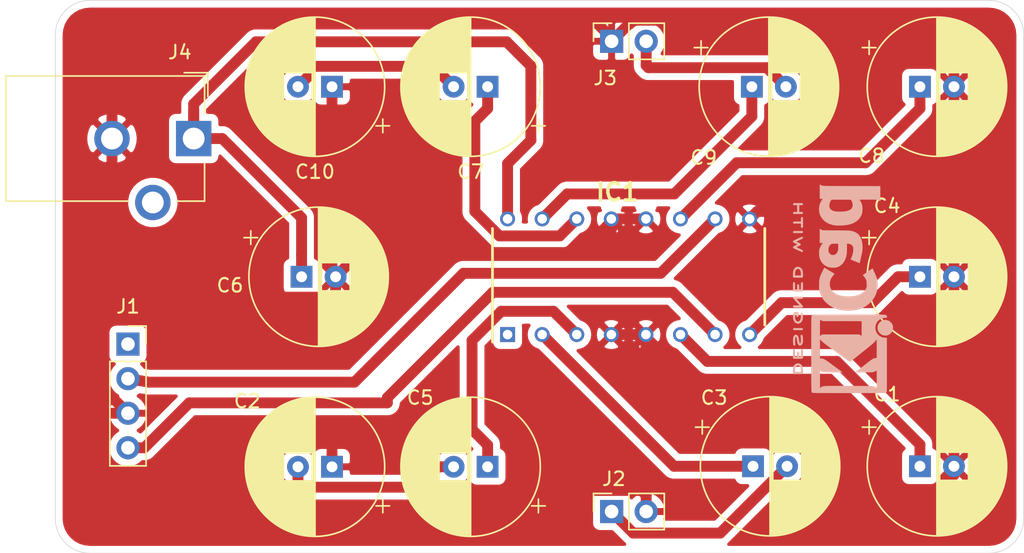
<source format=kicad_pcb>
(kicad_pcb (version 20171130) (host pcbnew "(5.1.5)-3")
  (layers (0 F.Cu signal) (31 B.Cu signal) (34 B.Paste user) (35 F.Paste user) (36 B.SilkS user) (37 F.SilkS user) (38 B.Mask user) (39 F.Mask user) (44 Edge.Cuts user))
  (net 0 "")
  (net 1 /gnd)
  (net 2 "Net-(C1-Pad1)")
  (net 3 "Net-(C2-Pad2)")
  (net 4 "Net-(C3-Pad2)")
  (net 5 "Net-(C3-Pad1)")
  (net 6 "Net-(C4-Pad1)")
  (net 7 "Net-(C5-Pad1)")
  (net 8 +5V)
  (net 9 "Net-(C10-Pad2)")
  (net 10 "Net-(C7-Pad1)")
  (net 11 "Net-(C8-Pad1)")
  (net 12 "Net-(C9-Pad2)")
  (net 13 "Net-(C9-Pad1)")
  (net 14 /IN1)
  (net 15 /IN2)
  (net 16 "Net-(IC1-Pad1)")
  (net 17 "Net-(J1-Pad1)")
  (net 18 "Net-(J4-Pad3)")
  (module Capacitor_THT:CP_Radial_D10.0mm_P2.50mm (layer F.Cu) (at 114.604646 91.44)
    (fp_text reference C6 (at -5.257646 0.635) (layer F.SilkS))
    (fp_text value CP)
    (pad 2 thru_hole circle (at 2.5 0) (size 1.6 1.6) (drill 0.8) (layers *.Cu *.Mask) (net 1 /gnd))
    (pad 1 thru_hole rect (at 0 0) (size 1.6 1.6) (drill 0.8) (layers *.Cu *.Mask) (net 8 +5V))
  )
  (module Capacitor_THT:CP_Radial_D10.0mm_P2.50mm (layer F.Cu) (at 160.02 77.47)
    (fp_text reference C8 (at -3.556 5.08) (layer F.SilkS))
    (fp_text value CP)
    (pad 2 thru_hole circle (at 2.5 0) (size 1.6 1.6) (drill 0.8) (layers *.Cu *.Mask) (net 1 /gnd))
    (pad 1 thru_hole rect (at 0 0) (size 1.6 1.6) (drill 0.8) (layers *.Cu *.Mask) (net 11 "Net-(C8-Pad1)"))
  )
  (module Symbol:KiCad-Logo2_6mm_SilkScreen (layer B.Cu) (at 155.067 92.329 90)
    (fp_text reference REF** hide)
    (fp_text value KiCad-Logo2_6mm_SilkScreen hide)
  )
  (module Connector_BarrelJack:BarrelJack_CUI_PJ-102AH_Horizontal (layer F.Cu) (at 106.68 81.28 270)
    (fp_text reference J4 (at -6.35 1.016) (layer F.SilkS))
    (fp_text value Barrel_Jack_Switch)
    (pad 3 thru_hole circle (at 4.7 3 270) (size 2.6 2.6) (drill 1.6) (layers *.Cu *.Mask) (net 18 "Net-(J4-Pad3)"))
    (pad 2 thru_hole circle (at 0 6 270) (size 2.6 2.6) (drill 1.6) (layers *.Cu *.Mask) (net 1 /gnd))
    (pad 1 thru_hole rect (at 0 0 270) (size 2.6 2.6) (drill 1.6) (layers *.Cu *.Mask) (net 8 +5V))
  )
  (module Connector_PinSocket_2.54mm:PinSocket_1x02_P2.54mm_Vertical (layer F.Cu) (at 137.3759 74.1299 90)
    (fp_text reference J3 (at -2.7051 -0.4699 180) (layer F.SilkS))
    (fp_text value Conn_01x02_Male)
    (pad 2 thru_hole oval (at 0 2.54 90) (size 1.7 1.7) (drill 1) (layers *.Cu *.Mask) (net 12 "Net-(C9-Pad2)"))
    (pad 1 thru_hole rect (at 0 0 90) (size 1.7 1.7) (drill 1) (layers *.Cu *.Mask) (net 1 /gnd))
  )
  (module Connector_PinSocket_2.54mm:PinSocket_1x02_P2.54mm_Vertical (layer F.Cu) (at 137.3759 108.6993 90)
    (fp_text reference J2 (at 2.4003 0.1651 180) (layer F.SilkS))
    (fp_text value Conn_01x02_Male)
    (pad 2 thru_hole oval (at 0 2.54 90) (size 1.7 1.7) (drill 1) (layers *.Cu *.Mask) (net 1 /gnd))
    (pad 1 thru_hole rect (at 0 0 90) (size 1.7 1.7) (drill 1) (layers *.Cu *.Mask) (net 4 "Net-(C3-Pad2)"))
  )
  (module Connector_PinSocket_2.54mm:PinSocket_1x04_P2.54mm_Vertical (layer F.Cu) (at 101.854 96.393)
    (fp_text reference J1 (at 0 -2.77) (layer F.SilkS))
    (fp_text value Conn_01x04_Male)
    (pad 4 thru_hole oval (at 0 7.62) (size 1.7 1.7) (drill 1) (layers *.Cu *.Mask) (net 15 /IN2))
    (pad 3 thru_hole oval (at 0 5.08) (size 1.7 1.7) (drill 1) (layers *.Cu *.Mask) (net 1 /gnd))
    (pad 2 thru_hole oval (at 0 2.54) (size 1.7 1.7) (drill 1) (layers *.Cu *.Mask) (net 14 /IN1))
    (pad 1 thru_hole rect (at 0 0) (size 1.7 1.7) (drill 1) (layers *.Cu *.Mask) (net 17 "Net-(J1-Pad1)"))
  )
  (module DIP:DIP850W50P254L2000H510Q16N (layer F.Cu) (at 138.6259 91.4396 90)
    (fp_text reference IC1 (at 6.2226 -0.8309 180) (layer F.SilkS) (effects (font (size 1.27 1.27) (thickness 0.254))))
    (fp_text value TEA2025B hide)
    (pad 16 thru_hole circle (at 4.25 -8.89 90) (size 1.1 1.1) (drill 0.7) (layers *.Cu *.Mask) (net 8 +5V))
    (pad 15 thru_hole circle (at 4.25 -6.35 90) (size 1.1 1.1) (drill 0.7) (layers *.Cu *.Mask) (net 13 "Net-(C9-Pad1)"))
    (pad 14 thru_hole circle (at 4.25 -3.81 90) (size 1.1 1.1) (drill 0.7) (layers *.Cu *.Mask) (net 10 "Net-(C7-Pad1)"))
    (pad 13 thru_hole circle (at 4.25 -1.27 90) (size 1.1 1.1) (drill 0.7) (layers *.Cu *.Mask) (net 1 /gnd))
    (pad 12 thru_hole circle (at 4.25 1.27 90) (size 1.1 1.1) (drill 0.7) (layers *.Cu *.Mask) (net 1 /gnd))
    (pad 11 thru_hole circle (at 4.25 3.81 90) (size 1.1 1.1) (drill 0.7) (layers *.Cu *.Mask) (net 11 "Net-(C8-Pad1)"))
    (pad 10 thru_hole circle (at 4.25 6.35 90) (size 1.1 1.1) (drill 0.7) (layers *.Cu *.Mask) (net 14 /IN1))
    (pad 9 thru_hole circle (at 4.25 8.89 90) (size 1.1 1.1) (drill 0.7) (layers *.Cu *.Mask) (net 1 /gnd))
    (pad 8 thru_hole circle (at -4.25 8.89 90) (size 1.1 1.1) (drill 0.7) (layers *.Cu *.Mask) (net 6 "Net-(C4-Pad1)"))
    (pad 7 thru_hole circle (at -4.25 6.35 90) (size 1.1 1.1) (drill 0.7) (layers *.Cu *.Mask) (net 15 /IN2))
    (pad 6 thru_hole circle (at -4.25 3.81 90) (size 1.1 1.1) (drill 0.7) (layers *.Cu *.Mask) (net 2 "Net-(C1-Pad1)"))
    (pad 5 thru_hole circle (at -4.25 1.27 90) (size 1.1 1.1) (drill 0.7) (layers *.Cu *.Mask) (net 1 /gnd))
    (pad 4 thru_hole circle (at -4.25 -1.27 90) (size 1.1 1.1) (drill 0.7) (layers *.Cu *.Mask) (net 1 /gnd))
    (pad 3 thru_hole circle (at -4.25 -3.81 90) (size 1.1 1.1) (drill 0.7) (layers *.Cu *.Mask) (net 7 "Net-(C5-Pad1)"))
    (pad 2 thru_hole circle (at -4.25 -6.35 90) (size 1.1 1.1) (drill 0.7) (layers *.Cu *.Mask) (net 5 "Net-(C3-Pad1)"))
    (pad 1 thru_hole rect (at -4.25 -8.89 90) (size 1.1 1.1) (drill 0.7) (layers *.Cu *.Mask) (net 16 "Net-(IC1-Pad1)"))
  )
  (module Capacitor_THT:CP_Radial_D10.0mm_P2.50mm (layer F.Cu) (at 116.84 77.47 180)
    (fp_text reference C10 (at 1.25 -6.25) (layer F.SilkS))
    (fp_text value C)
    (pad 2 thru_hole circle (at 2.5 0 180) (size 1.6 1.6) (drill 0.8) (layers *.Cu *.Mask) (net 9 "Net-(C10-Pad2)"))
    (pad 1 thru_hole rect (at 0 0 180) (size 1.6 1.6) (drill 0.8) (layers *.Cu *.Mask) (net 1 /gnd))
  )
  (module Capacitor_THT:CP_Radial_D10.0mm_P2.50mm (layer F.Cu) (at 147.6756 77.47)
    (fp_text reference C9 (at -3.5306 5.207) (layer F.SilkS))
    (fp_text value CP)
    (pad 2 thru_hole circle (at 2.5 0) (size 1.6 1.6) (drill 0.8) (layers *.Cu *.Mask) (net 12 "Net-(C9-Pad2)"))
    (pad 1 thru_hole rect (at 0 0) (size 1.6 1.6) (drill 0.8) (layers *.Cu *.Mask) (net 13 "Net-(C9-Pad1)"))
  )
  (module Capacitor_THT:CP_Radial_D10.0mm_P2.50mm (layer F.Cu) (at 128.27 77.47 180)
    (fp_text reference C7 (at 1.25 -6.25) (layer F.SilkS))
    (fp_text value CP)
    (pad 2 thru_hole circle (at 2.5 0 180) (size 1.6 1.6) (drill 0.8) (layers *.Cu *.Mask) (net 9 "Net-(C10-Pad2)"))
    (pad 1 thru_hole rect (at 0 0 180) (size 1.6 1.6) (drill 0.8) (layers *.Cu *.Mask) (net 10 "Net-(C7-Pad1)"))
  )
  (module Capacitor_THT:CP_Radial_D10.0mm_P2.50mm (layer F.Cu) (at 128.27 105.41 180)
    (fp_text reference C5 (at 4.953 5.08) (layer F.SilkS))
    (fp_text value CP)
    (pad 2 thru_hole circle (at 2.5 0 180) (size 1.6 1.6) (drill 0.8) (layers *.Cu *.Mask) (net 3 "Net-(C2-Pad2)"))
    (pad 1 thru_hole rect (at 0 0 180) (size 1.6 1.6) (drill 0.8) (layers *.Cu *.Mask) (net 7 "Net-(C5-Pad1)"))
  )
  (module Capacitor_THT:CP_Radial_D10.0mm_P2.50mm (layer F.Cu) (at 160.02 91.44)
    (fp_text reference C4 (at -2.413 -5.207) (layer F.SilkS))
    (fp_text value CP)
    (pad 2 thru_hole circle (at 2.5 0) (size 1.6 1.6) (drill 0.8) (layers *.Cu *.Mask) (net 1 /gnd))
    (pad 1 thru_hole rect (at 0 0) (size 1.6 1.6) (drill 0.8) (layers *.Cu *.Mask) (net 6 "Net-(C4-Pad1)"))
  )
  (module Capacitor_THT:CP_Radial_D10.0mm_P2.50mm (layer F.Cu) (at 147.7645 105.3719)
    (fp_text reference C3 (at -2.8575 -5.0419) (layer F.SilkS))
    (fp_text value CP)
    (pad 2 thru_hole circle (at 2.5 0) (size 1.6 1.6) (drill 0.8) (layers *.Cu *.Mask) (net 4 "Net-(C3-Pad2)"))
    (pad 1 thru_hole rect (at 0 0) (size 1.6 1.6) (drill 0.8) (layers *.Cu *.Mask) (net 5 "Net-(C3-Pad1)"))
  )
  (module Capacitor_THT:CP_Radial_D10.0mm_P2.50mm (layer F.Cu) (at 116.84 105.41 180)
    (fp_text reference C2 (at 6.223 4.826) (layer F.SilkS))
    (fp_text value C)
    (pad 2 thru_hole circle (at 2.5 0 180) (size 1.6 1.6) (drill 0.8) (layers *.Cu *.Mask) (net 3 "Net-(C2-Pad2)"))
    (pad 1 thru_hole rect (at 0 0 180) (size 1.6 1.6) (drill 0.8) (layers *.Cu *.Mask) (net 1 /gnd))
  )
  (module Capacitor_THT:CP_Radial_D10.0mm_P2.50mm (layer F.Cu) (at 160.02 105.3719)
    (fp_text reference C1 (at -2.413 -5.2959) (layer F.SilkS))
    (fp_text value CP)
    (pad 2 thru_hole circle (at 2.5 0) (size 1.6 1.6) (drill 0.8) (layers *.Cu *.Mask) (net 1 /gnd))
    (pad 1 thru_hole rect (at 0 0) (size 1.6 1.6) (drill 0.8) (layers *.Cu *.Mask) (net 2 "Net-(C1-Pad1)"))
  )
  (gr_arc (start 165.1 73.66) (end 167.64 73.66) (angle -90) (layer Edge.Cuts) (width 0.05))
  (gr_arc (start 165.1 109.22) (end 165.1 111.76) (angle -90) (layer Edge.Cuts) (width 0.05))
  (gr_arc (start 99.06 109.22) (end 96.52 109.22) (angle -90) (layer Edge.Cuts) (width 0.05))
  (gr_arc (start 99.06 73.66) (end 99.06 71.12) (angle -90) (layer Edge.Cuts) (width 0.05))
  (gr_line (start 167.64 73.66) (end 167.64 109.22) (layer Edge.Cuts) (width 0.05))
  (gr_line (start 99.06 71.12) (end 165.1 71.12) (layer Edge.Cuts) (width 0.05))
  (gr_line (start 96.52 109.22) (end 96.52 73.66) (layer Edge.Cuts) (width 0.05))
  (gr_line (start 165.1 111.76) (end 99.06 111.76) (layer Edge.Cuts) (width 0.05))
  (segment (start 139.8959 87.1896) (end 137.3559 87.1896) (width 0.8) (layer F.Cu) (net 1))
  (segment (start 158.850971 86.639601) (end 162.52 90.30863) (width 0.8) (layer F.Cu) (net 1))
  (segment (start 162.52 90.30863) (end 162.52 91.44) (width 0.8) (layer F.Cu) (net 1))
  (segment (start 148.065899 86.639601) (end 158.850971 86.639601) (width 0.8) (layer F.Cu) (net 1))
  (segment (start 147.5159 87.1896) (end 148.065899 86.639601) (width 0.8) (layer F.Cu) (net 1))
  (segment (start 137.3559 87.967417) (end 135.661317 89.662) (width 0.8) (layer F.Cu) (net 1))
  (segment (start 137.3559 87.1896) (end 137.3559 87.967417) (width 0.8) (layer F.Cu) (net 1))
  (segment (start 118.882646 89.662) (end 117.104646 91.44) (width 0.8) (layer F.Cu) (net 1))
  (segment (start 135.661317 89.662) (end 118.882646 89.662) (width 0.8) (layer F.Cu) (net 1))
  (segment (start 116.84 91.175354) (end 117.104646 91.44) (width 0.8) (layer F.Cu) (net 1))
  (segment (start 116.84 77.47) (end 116.84 91.175354) (width 0.8) (layer F.Cu) (net 1))
  (segment (start 100.68 83.118477) (end 99.216477 84.582) (width 0.8) (layer F.Cu) (net 1))
  (segment (start 100.68 81.28) (end 100.68 83.118477) (width 0.8) (layer F.Cu) (net 1))
  (segment (start 99.216477 98.835477) (end 101.854 101.473) (width 0.8) (layer F.Cu) (net 1))
  (segment (start 162.52 76.33863) (end 162.52 77.47) (width 0.8) (layer F.Cu) (net 1))
  (segment (start 158.761269 72.579899) (end 162.52 76.33863) (width 0.8) (layer F.Cu) (net 1))
  (segment (start 138.925901 72.579899) (end 158.761269 72.579899) (width 0.8) (layer F.Cu) (net 1))
  (segment (start 137.3759 74.1299) (end 138.925901 72.579899) (width 0.8) (layer F.Cu) (net 1))
  (segment (start 162.52 77.47) (end 162.52 91.44) (width 0.8) (layer F.Cu) (net 1))
  (segment (start 162.52 91.44) (end 162.52 106.005) (width 0.8) (layer F.Cu) (net 1))
  (segment (start 162.52 106.005) (end 160.829 107.696) (width 0.8) (layer F.Cu) (net 1))
  (segment (start 160.829 107.696) (end 157.607 107.696) (width 0.8) (layer F.Cu) (net 1))
  (segment (start 157.607 107.696) (end 151.384 101.473) (width 0.8) (layer F.Cu) (net 1))
  (segment (start 151.384 101.473) (end 144.78 101.473) (width 0.8) (layer F.Cu) (net 1))
  (segment (start 139.8959 96.5889) (end 139.8959 95.6896) (width 0.8) (layer F.Cu) (net 1))
  (segment (start 144.78 101.473) (end 139.8959 96.5889) (width 0.8) (layer F.Cu) (net 1))
  (segment (start 137.3559 95.6896) (end 139.8959 95.6896) (width 0.8) (layer F.Cu) (net 1))
  (segment (start 134.023701 107.149299) (end 131.572 109.601) (width 0.8) (layer F.Cu) (net 1))
  (segment (start 139.9159 107.497219) (end 139.56798 107.149299) (width 0.8) (layer F.Cu) (net 1))
  (segment (start 139.56798 107.149299) (end 134.023701 107.149299) (width 0.8) (layer F.Cu) (net 1))
  (segment (start 139.9159 108.6993) (end 139.9159 107.497219) (width 0.8) (layer F.Cu) (net 1))
  (segment (start 100.457 109.601) (end 98.552 107.696) (width 0.8) (layer F.Cu) (net 1))
  (segment (start 98.552 107.696) (end 98.552 102.743) (width 0.8) (layer F.Cu) (net 1))
  (segment (start 99.822 101.473) (end 101.854 101.473) (width 0.8) (layer F.Cu) (net 1))
  (segment (start 98.552 102.743) (end 99.822 101.473) (width 0.8) (layer F.Cu) (net 1))
  (segment (start 116.84 103.81) (end 116.281 103.251) (width 0.8) (layer F.Cu) (net 1))
  (segment (start 116.84 105.41) (end 116.84 103.81) (width 0.8) (layer F.Cu) (net 1))
  (segment (start 116.281 103.251) (end 111.379 103.251) (width 0.8) (layer F.Cu) (net 1))
  (segment (start 104.521 109.601) (end 104.521 105.029) (width 0.8) (layer F.Cu) (net 1))
  (segment (start 104.521 109.601) (end 100.457 109.601) (width 0.8) (layer F.Cu) (net 1))
  (segment (start 131.572 109.601) (end 104.521 109.601) (width 0.8) (layer F.Cu) (net 1))
  (segment (start 104.521 105.029) (end 106.045 103.505) (width 0.8) (layer F.Cu) (net 1))
  (segment (start 111.125 103.505) (end 111.379 103.251) (width 0.8) (layer F.Cu) (net 1))
  (segment (start 106.045 103.505) (end 111.125 103.505) (width 0.8) (layer F.Cu) (net 1))
  (segment (start 100.052001 92.940001) (end 99.187 92.075) (width 0.8) (layer F.Cu) (net 1))
  (segment (start 117.104646 92.57137) (end 116.736015 92.940001) (width 0.8) (layer F.Cu) (net 1))
  (segment (start 116.736015 92.940001) (end 100.052001 92.940001) (width 0.8) (layer F.Cu) (net 1))
  (segment (start 117.104646 91.44) (end 117.104646 92.57137) (width 0.8) (layer F.Cu) (net 1))
  (segment (start 99.187 92.075) (end 99.216477 98.835477) (width 0.8) (layer F.Cu) (net 1))
  (segment (start 99.216477 84.582) (end 99.187 92.075) (width 0.8) (layer F.Cu) (net 1))
  (segment (start 100.68 76.358) (end 100.68 81.28) (width 0.8) (layer F.Cu) (net 1))
  (segment (start 104.648 72.39) (end 100.68 76.358) (width 0.8) (layer F.Cu) (net 1))
  (segment (start 137.3759 74.1299) (end 137.3759 73.8759) (width 0.8) (layer F.Cu) (net 1))
  (segment (start 135.89 72.39) (end 104.648 72.39) (width 0.8) (layer F.Cu) (net 1))
  (segment (start 137.3759 73.8759) (end 135.89 72.39) (width 0.8) (layer F.Cu) (net 1))
  (segment (start 160.02 103.7719) (end 153.9111 97.663) (width 0.8) (layer F.Cu) (net 2))
  (segment (start 160.02 105.3719) (end 160.02 103.7719) (width 0.8) (layer F.Cu) (net 2))
  (segment (start 144.4093 97.663) (end 142.4359 95.6896) (width 0.8) (layer F.Cu) (net 2))
  (segment (start 153.9111 97.663) (end 144.4093 97.663) (width 0.8) (layer F.Cu) (net 2))
  (segment (start 114.34 106.54137) (end 114.34 105.41) (width 0.8) (layer F.Cu) (net 3))
  (segment (start 114.708631 106.910001) (end 114.34 106.54137) (width 0.8) (layer F.Cu) (net 3))
  (segment (start 123.138629 106.910001) (end 114.708631 106.910001) (width 0.8) (layer F.Cu) (net 3))
  (segment (start 124.63863 105.41) (end 123.138629 106.910001) (width 0.8) (layer F.Cu) (net 3))
  (segment (start 125.77 105.41) (end 124.63863 105.41) (width 0.8) (layer F.Cu) (net 3))
  (segment (start 149.464501 106.171899) (end 150.2645 105.3719) (width 0.8) (layer F.Cu) (net 4))
  (segment (start 145.352559 110.283841) (end 149.464501 106.171899) (width 0.8) (layer F.Cu) (net 4))
  (segment (start 138.960441 110.283841) (end 145.352559 110.283841) (width 0.8) (layer F.Cu) (net 4))
  (segment (start 137.3759 108.6993) (end 138.960441 110.283841) (width 0.8) (layer F.Cu) (net 4))
  (segment (start 141.9582 105.3719) (end 147.7645 105.3719) (width 0.8) (layer F.Cu) (net 5))
  (segment (start 132.2759 95.6896) (end 141.9582 105.3719) (width 0.8) (layer F.Cu) (net 5))
  (segment (start 158.42 91.44) (end 156.515 93.345) (width 0.8) (layer F.Cu) (net 6))
  (segment (start 160.02 91.44) (end 158.42 91.44) (width 0.8) (layer F.Cu) (net 6))
  (segment (start 149.8605 93.345) (end 147.5159 95.6896) (width 0.8) (layer F.Cu) (net 6))
  (segment (start 156.515 93.345) (end 149.8605 93.345) (width 0.8) (layer F.Cu) (net 6))
  (segment (start 133.1063 93.98) (end 134.8159 95.6896) (width 0.8) (layer F.Cu) (net 7))
  (segment (start 128.27 103.81) (end 127.127 102.667) (width 0.8) (layer F.Cu) (net 7))
  (segment (start 127.127 102.667) (end 127.127 96.118498) (width 0.8) (layer F.Cu) (net 7))
  (segment (start 128.27 105.41) (end 128.27 103.81) (width 0.8) (layer F.Cu) (net 7))
  (segment (start 127.127 96.118498) (end 129.265498 93.98) (width 0.8) (layer F.Cu) (net 7))
  (segment (start 129.265498 93.98) (end 133.1063 93.98) (width 0.8) (layer F.Cu) (net 7))
  (segment (start 114.604646 87.104646) (end 114.604646 89.84) (width 0.8) (layer F.Cu) (net 8))
  (segment (start 108.78 81.28) (end 114.604646 87.104646) (width 0.8) (layer F.Cu) (net 8))
  (segment (start 106.68 81.28) (end 108.78 81.28) (width 0.8) (layer F.Cu) (net 8))
  (segment (start 114.604646 89.84) (end 114.604646 91.44) (width 0.8) (layer F.Cu) (net 8))
  (segment (start 106.68 79.18) (end 106.68 81.28) (width 0.8) (layer F.Cu) (net 8))
  (segment (start 129.7359 83.1161) (end 131.445 81.407) (width 0.8) (layer F.Cu) (net 8))
  (segment (start 129.7359 87.1896) (end 129.7359 83.1161) (width 0.8) (layer F.Cu) (net 8))
  (segment (start 131.445 81.407) (end 131.445 75.946) (width 0.8) (layer F.Cu) (net 8))
  (segment (start 131.445 75.946) (end 129.667 74.168) (width 0.8) (layer F.Cu) (net 8))
  (segment (start 129.667 74.168) (end 111.252 74.168) (width 0.8) (layer F.Cu) (net 8))
  (segment (start 106.68 78.74) (end 106.68 81.28) (width 0.8) (layer F.Cu) (net 8))
  (segment (start 111.252 74.168) (end 106.68 78.74) (width 0.8) (layer F.Cu) (net 8))
  (segment (start 124.970001 76.670001) (end 125.77 77.47) (width 0.8) (layer F.Cu) (net 9))
  (segment (start 115.479999 75.969999) (end 124.269999 75.969999) (width 0.8) (layer F.Cu) (net 9))
  (segment (start 115.139999 76.309999) (end 115.479999 75.969999) (width 0.8) (layer F.Cu) (net 9))
  (segment (start 124.269999 75.969999) (end 124.970001 76.670001) (width 0.8) (layer F.Cu) (net 9))
  (segment (start 115.139999 76.670001) (end 115.139999 76.309999) (width 0.8) (layer F.Cu) (net 9))
  (segment (start 114.34 77.47) (end 115.139999 76.670001) (width 0.8) (layer F.Cu) (net 9))
  (segment (start 128.27 79.07) (end 127.33 80.01) (width 0.8) (layer F.Cu) (net 10))
  (segment (start 128.27 77.47) (end 128.27 79.07) (width 0.8) (layer F.Cu) (net 10))
  (segment (start 134.265901 87.739599) (end 134.8159 87.1896) (width 0.8) (layer F.Cu) (net 10))
  (segment (start 133.565899 88.439601) (end 134.265901 87.739599) (width 0.8) (layer F.Cu) (net 10))
  (segment (start 127.33 86.633702) (end 129.135899 88.439601) (width 0.8) (layer F.Cu) (net 10))
  (segment (start 129.135899 88.439601) (end 133.565899 88.439601) (width 0.8) (layer F.Cu) (net 10))
  (segment (start 127.33 80.01) (end 127.33 86.633702) (width 0.8) (layer F.Cu) (net 10))
  (segment (start 160.02 79.07) (end 156.032 83.058) (width 0.8) (layer F.Cu) (net 11))
  (segment (start 160.02 77.47) (end 160.02 79.07) (width 0.8) (layer F.Cu) (net 11))
  (segment (start 146.5675 83.058) (end 142.4359 87.1896) (width 0.8) (layer F.Cu) (net 11))
  (segment (start 156.032 83.058) (end 146.5675 83.058) (width 0.8) (layer F.Cu) (net 11))
  (segment (start 139.9159 74.1299) (end 139.9159 75.9079) (width 0.8) (layer F.Cu) (net 12))
  (segment (start 149.375601 76.670001) (end 150.1756 77.47) (width 0.8) (layer F.Cu) (net 12))
  (segment (start 148.775599 76.069999) (end 149.375601 76.670001) (width 0.8) (layer F.Cu) (net 12))
  (segment (start 140.077999 76.069999) (end 148.775599 76.069999) (width 0.8) (layer F.Cu) (net 12))
  (segment (start 139.9159 75.9079) (end 140.077999 76.069999) (width 0.8) (layer F.Cu) (net 12))
  (segment (start 132.2759 87.1896) (end 134.112 85.3535) (width 0.8) (layer F.Cu) (net 13))
  (segment (start 134.112 85.3535) (end 141.9765 85.3535) (width 0.8) (layer F.Cu) (net 13))
  (segment (start 147.6756 79.6544) (end 147.6756 77.47) (width 0.8) (layer F.Cu) (net 13))
  (segment (start 141.9765 85.3535) (end 147.6756 79.6544) (width 0.8) (layer F.Cu) (net 13))
  (segment (start 118.491 99.187) (end 103.378 99.187) (width 0.8) (layer F.Cu) (net 14))
  (segment (start 103.378 99.187) (end 101.854 98.933) (width 0.8) (layer F.Cu) (net 14))
  (segment (start 140.9795 91.186) (end 126.492 91.186) (width 0.8) (layer F.Cu) (net 14))
  (segment (start 144.9759 87.1896) (end 140.9795 91.186) (width 0.8) (layer F.Cu) (net 14))
  (segment (start 126.492 91.186) (end 118.491 99.187) (width 0.8) (layer F.Cu) (net 14))
  (segment (start 141.8693 92.583) (end 144.9759 95.6896) (width 0.8) (layer F.Cu) (net 15))
  (segment (start 128.651 92.583) (end 141.8693 92.583) (width 0.8) (layer F.Cu) (net 15))
  (segment (start 103.056081 104.013) (end 106.358081 100.711) (width 0.8) (layer F.Cu) (net 15))
  (segment (start 101.854 104.013) (end 103.056081 104.013) (width 0.8) (layer F.Cu) (net 15))
  (segment (start 106.358081 100.711) (end 120.904 100.711) (width 0.8) (layer F.Cu) (net 15))
  (segment (start 120.904 100.33) (end 128.651 92.583) (width 0.8) (layer F.Cu) (net 15))
  (segment (start 120.904 100.711) (end 120.904 100.33) (width 0.8) (layer F.Cu) (net 15))
  (zone (net 1) (net_name /gnd) (layer F.Cu) (connect_pads (clearance 0.508)) (min_thickness 0.254) (fill yes (arc_segments 32) (thermal_gap 0.508) (thermal_bridge_width 0.508))
    (polygon (pts (xy 166.243 71.501) (xy 167.005 72.136) (xy 167.386 72.898) (xy 167.513 73.533) (xy 167.513 109.093) (xy 167.386 110.109) (xy 165.989 111.506) (xy 165.227 111.633) (xy 98.933 111.633) (xy 97.917 111.379) (xy 97.155 110.744) (xy 96.774 109.982) (xy 96.647 109.347) (xy 96.647 73.533) (xy 96.774 73.025) (xy 97.155 72.263) (xy 97.79 71.628) (xy 98.933 71.247) (xy 165.227 71.247)))
  )
)
</source>
